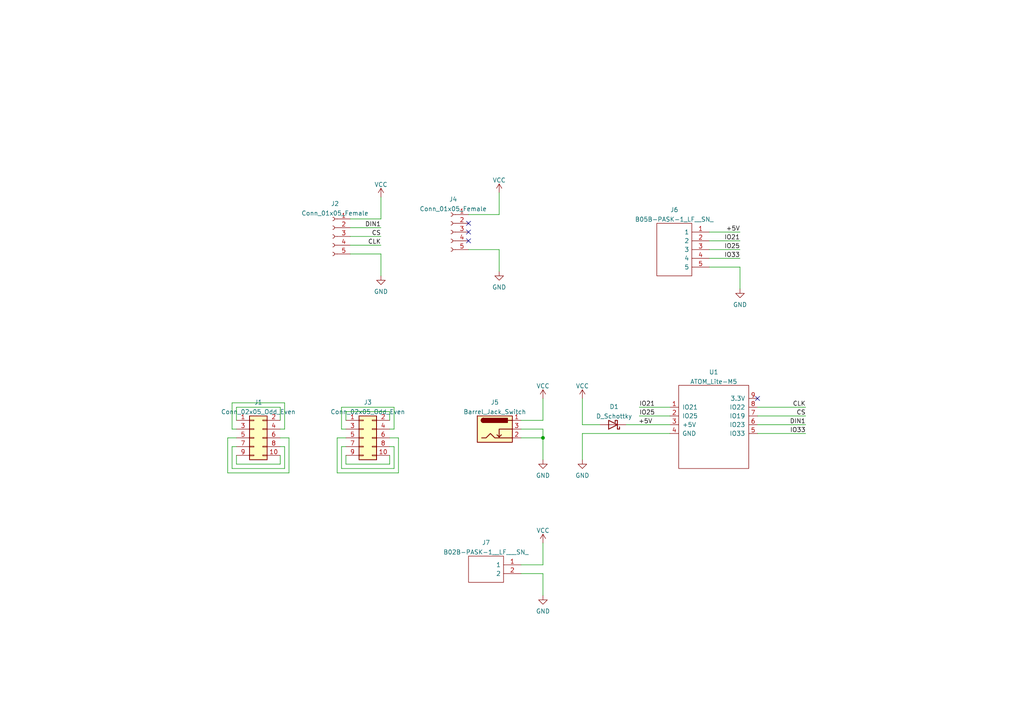
<source format=kicad_sch>
(kicad_sch (version 20211123) (generator eeschema)
  (paper "A4")
  (lib_symbols
    (symbol "Connector:Barrel_Jack_Switch" (pin_names hide)
      (property "Reference" "J" (at 0 5.334 0))
      (property "Value" "Barrel_Jack_Switch" (at 0 -5.08 0))
      (symbol "Barrel_Jack_Switch_0_1"
        (rectangle (start -5.08 3.81) (end 5.08 -3.81) (stroke (width 0.254)) (fill (type background)))
        (arc (start -3.302 3.175) (mid -3.937 2.54) (end -3.302 1.905) (stroke (width 0.254)))
        (arc (start -3.302 3.175) (mid -3.937 2.54) (end -3.302 1.905) (stroke (width 0.254)) (fill (type outline)))
        (polyline (pts (xy 1.27 -2.286) (xy 1.905 -1.651)) (stroke (width 0.254)))
        (polyline (pts (xy 5.08 2.54) (xy 3.81 2.54)) (stroke (width 0.254)))
        (polyline (pts (xy 5.08 0) (xy 1.27 0) (xy 1.27 -2.286) (xy 0.635 -1.651)) (stroke (width 0.254)))
        (polyline (pts (xy -3.81 -2.54) (xy -2.54 -2.54) (xy -1.27 -1.27) (xy 0 -2.54) (xy 2.54 -2.54) (xy 5.08 -2.54)) (stroke (width 0.254)))
        (rectangle (start 3.683 3.175) (end -3.302 1.905) (stroke (width 0.254)) (fill (type outline)))
      )
      (symbol "Barrel_Jack_Switch_1_1"
        (pin passive line (at 7.62 2.54 180) (length 2.54) (name "~") (number "1"))
        (pin passive line (at 7.62 -2.54 180) (length 2.54) (name "~") (number "2"))
        (pin passive line (at 7.62 0 180) (length 2.54) (name "~") (number "3"))
      )
    )
    (symbol "Connector:Conn_01x05_Female" (pin_names (offset 1.016) hide)
      (property "Reference" "J" (at 0 7.62 0))
      (property "Value" "Conn_01x05_Female" (at 0 -7.62 0))
      (symbol "Conn_01x05_Female_1_1"
        (arc (start 0 -4.572) (mid -0.508 -5.08) (end 0 -5.588) (stroke (width 0.1524)))
        (arc (start 0 -2.032) (mid -0.508 -2.54) (end 0 -3.048) (stroke (width 0.1524)))
        (polyline (pts (xy -1.27 -5.08) (xy -0.508 -5.08)) (stroke (width 0.1524)))
        (polyline (pts (xy -1.27 -2.54) (xy -0.508 -2.54)) (stroke (width 0.1524)))
        (polyline (pts (xy -1.27 0) (xy -0.508 0)) (stroke (width 0.1524)))
        (polyline (pts (xy -1.27 2.54) (xy -0.508 2.54)) (stroke (width 0.1524)))
        (polyline (pts (xy -1.27 5.08) (xy -0.508 5.08)) (stroke (width 0.1524)))
        (arc (start 0 0.508) (mid -0.508 0) (end 0 -0.508) (stroke (width 0.1524)))
        (arc (start 0 3.048) (mid -0.508 2.54) (end 0 2.032) (stroke (width 0.1524)))
        (arc (start 0 5.588) (mid -0.508 5.08) (end 0 4.572) (stroke (width 0.1524)))
        (pin passive line (at -5.08 5.08 0) (length 3.81) (name "Pin_1") (number "1"))
        (pin passive line (at -5.08 2.54 0) (length 3.81) (name "Pin_2") (number "2"))
        (pin passive line (at -5.08 0 0) (length 3.81) (name "Pin_3") (number "3"))
        (pin passive line (at -5.08 -2.54 0) (length 3.81) (name "Pin_4") (number "4"))
        (pin passive line (at -5.08 -5.08 0) (length 3.81) (name "Pin_5") (number "5"))
      )
    )
    (symbol "Connector_Generic:Conn_02x05_Odd_Even" (pin_names (offset 1.016) hide)
      (property "Reference" "J" (at 1.27 7.62 0))
      (property "Value" "Conn_02x05_Odd_Even" (at 1.27 -7.62 0))
      (symbol "Conn_02x05_Odd_Even_1_1"
        (rectangle (start -1.27 -4.953) (end 0 -5.207) (stroke (width 0.1524)))
        (rectangle (start -1.27 -2.413) (end 0 -2.667) (stroke (width 0.1524)))
        (rectangle (start -1.27 0.127) (end 0 -0.127) (stroke (width 0.1524)))
        (rectangle (start -1.27 2.667) (end 0 2.413) (stroke (width 0.1524)))
        (rectangle (start -1.27 5.207) (end 0 4.953) (stroke (width 0.1524)))
        (rectangle (start -1.27 6.35) (end 3.81 -6.35) (stroke (width 0.254)) (fill (type background)))
        (rectangle (start 3.81 -4.953) (end 2.54 -5.207) (stroke (width 0.1524)))
        (rectangle (start 3.81 -2.413) (end 2.54 -2.667) (stroke (width 0.1524)))
        (rectangle (start 3.81 0.127) (end 2.54 -0.127) (stroke (width 0.1524)))
        (rectangle (start 3.81 2.667) (end 2.54 2.413) (stroke (width 0.1524)))
        (rectangle (start 3.81 5.207) (end 2.54 4.953) (stroke (width 0.1524)))
        (pin passive line (at -5.08 5.08 0) (length 3.81) (name "Pin_1") (number "1"))
        (pin passive line (at 7.62 -5.08 180) (length 3.81) (name "Pin_10") (number "10"))
        (pin passive line (at 7.62 5.08 180) (length 3.81) (name "Pin_2") (number "2"))
        (pin passive line (at -5.08 2.54 0) (length 3.81) (name "Pin_3") (number "3"))
        (pin passive line (at 7.62 2.54 180) (length 3.81) (name "Pin_4") (number "4"))
        (pin passive line (at -5.08 0 0) (length 3.81) (name "Pin_5") (number "5"))
        (pin passive line (at 7.62 0 180) (length 3.81) (name "Pin_6") (number "6"))
        (pin passive line (at -5.08 -2.54 0) (length 3.81) (name "Pin_7") (number "7"))
        (pin passive line (at 7.62 -2.54 180) (length 3.81) (name "Pin_8") (number "8"))
        (pin passive line (at -5.08 -5.08 0) (length 3.81) (name "Pin_9") (number "9"))
      )
    )
    (symbol "Device:D_Schottky" (pin_numbers hide) (pin_names (offset 1.016) hide)
      (property "Reference" "D" (at 0 2.54 0))
      (property "Value" "D_Schottky" (at 0 -2.54 0))
      (symbol "D_Schottky_0_1"
        (polyline (pts (xy 1.27 0) (xy -1.27 0)))
        (polyline (pts (xy 1.27 1.27) (xy 1.27 -1.27) (xy -1.27 0) (xy 1.27 1.27)) (stroke (width 0.254)))
        (polyline (pts (xy -1.905 0.635) (xy -1.905 1.27) (xy -1.27 1.27) (xy -1.27 -1.27) (xy -0.635 -1.27) (xy -0.635 -0.635)) (stroke (width 0.254)))
      )
      (symbol "D_Schottky_1_1"
        (pin passive line (at -3.81 0 0) (length 2.54) (name "K") (number "1"))
        (pin passive line (at 3.81 0 180) (length 2.54) (name "A") (number "2"))
      )
    )
    (symbol "SamacSys_Parts:B02B-PASK-1__LF___SN_" (pin_names (offset 0.762))
      (property "Reference" "J" (at 16.51 7.62 0))
      (property "Value" "B02B-PASK-1__LF___SN_" (at 16.51 5.08 0))
      (symbol "B02B-PASK-1__LF___SN__0_0"
        (pin passive line (at 0 -2.54 0) (length 5.08) (name "1") (number "1"))
        (pin passive line (at 0 0 0) (length 5.08) (name "2") (number "2"))
      )
      (symbol "B02B-PASK-1__LF___SN__0_1"
        (polyline (pts (xy 5.08 2.54) (xy 15.24 2.54) (xy 15.24 -5.08) (xy 5.08 -5.08) (xy 5.08 2.54)) (stroke (width 0.1524)))
      )
    )
    (symbol "SamacSys_Parts:B05B-PASK-1_LF__SN_" (pin_names (offset 0.762))
      (property "Reference" "J" (at 16.51 7.62 0))
      (property "Value" "B05B-PASK-1_LF__SN_" (at 16.51 5.08 0))
      (symbol "B05B-PASK-1_LF__SN__0_0"
        (pin passive line (at 0 -10.16 0) (length 5.08) (name "1") (number "1"))
        (pin passive line (at 0 -7.62 0) (length 5.08) (name "2") (number "2"))
        (pin passive line (at 0 -5.08 0) (length 5.08) (name "3") (number "3"))
        (pin passive line (at 0 -2.54 0) (length 5.08) (name "4") (number "4"))
        (pin passive line (at 0 0 0) (length 5.08) (name "5") (number "5"))
      )
      (symbol "B05B-PASK-1_LF__SN__0_1"
        (polyline (pts (xy 5.08 2.54) (xy 15.24 2.54) (xy 15.24 -12.7) (xy 5.08 -12.7) (xy 5.08 2.54)) (stroke (width 0.1524)))
      )
    )
    (symbol "atom_lite-m5:ATOM_Lite-M5" (pin_names (offset 1.016))
      (property "Reference" "U2" (at 0 16.891 0))
      (property "Value" "ATOM_Lite" (at 0 14.5796 0))
      (symbol "ATOM_Lite-M5_0_1"
        (rectangle (start -10.16 -11.43) (end 10.16 12.7))
      )
      (symbol "ATOM_Lite-M5_1_1"
        (pin input line (at -12.7 6.35 0) (length 2.54) (name "IO21") (number "1"))
        (pin input line (at -12.7 3.81 0) (length 2.54) (name "IO25") (number "2"))
        (pin input line (at -12.7 1.27 0) (length 2.54) (name "+5V") (number "3"))
        (pin input line (at -12.7 -1.27 0) (length 2.54) (name "GND") (number "4"))
        (pin input line (at 12.7 -1.27 180) (length 2.54) (name "IO33") (number "5"))
        (pin input line (at 12.7 1.27 180) (length 2.54) (name "IO23") (number "6"))
        (pin input line (at 12.7 3.81 180) (length 2.54) (name "IO19") (number "7"))
        (pin input line (at 12.7 6.35 180) (length 2.54) (name "IO22") (number "8"))
        (pin input line (at 12.7 8.89 180) (length 2.54) (name "3.3V") (number "9"))
      )
    )
    (symbol "power:GND" (power) (pin_names (offset 0))
      (property "Value" "GND" (at 0 -3.81 0))
      (symbol "GND_0_1"
        (polyline (pts (xy 0 0) (xy 0 -1.27) (xy 1.27 -1.27) (xy 0 -2.54) (xy -1.27 -1.27) (xy 0 -1.27)))
      )
      (symbol "GND_1_1"
        (pin power_in line (at 0 0 270) (length 0) hide (name "GND") (number "1"))
      )
    )
    (symbol "power:VCC" (power) (pin_names (offset 0))
      (property "Value" "VCC" (at 0 3.81 0))
      (symbol "VCC_0_1"
        (polyline (pts (xy -0.762 1.27) (xy 0 2.54)))
        (polyline (pts (xy 0 0) (xy 0 2.54)))
        (polyline (pts (xy 0 2.54) (xy 0.762 1.27)))
      )
      (symbol "VCC_1_1"
        (pin power_in line (at 0 0 90) (length 0) hide (name "VCC") (number "1"))
      )
    )
  )
  (junction (at 157.48 127))
  (no_connect (at 219.71 115.57))
  (no_connect (at 135.89 64.77))
  (no_connect (at 135.89 67.31))
  (no_connect (at 135.89 69.85))
  (wire (pts (xy 168.91 125.73) (xy 194.31 125.73)))
  (wire (pts (xy 205.74 69.85) (xy 214.63 69.85)))
  (wire (pts (xy 97.79 137.16) (xy 115.57 137.16)))
  (wire (pts (xy 113.03 129.54) (xy 114.3 129.54)))
  (wire (pts (xy 100.33 132.08) (xy 100.33 134.62)))
  (wire (pts (xy 101.6 63.5) (xy 110.49 63.5)))
  (wire (pts (xy 219.71 118.11) (xy 233.68 118.11)))
  (wire (pts (xy 100.33 119.38) (xy 113.03 119.38)))
  (wire (pts (xy 144.78 62.23) (xy 144.78 55.88)))
  (wire (pts (xy 83.82 137.16) (xy 83.82 127)))
  (wire (pts (xy 185.42 118.11) (xy 194.31 118.11)))
  (wire (pts (xy 115.57 137.16) (xy 115.57 127)))
  (wire (pts (xy 219.71 125.73) (xy 233.68 125.73)))
  (wire (pts (xy 82.55 135.89) (xy 82.55 129.54)))
  (wire (pts (xy 66.04 127) (xy 66.04 137.16)))
  (wire (pts (xy 68.58 118.11) (xy 81.28 118.11)))
  (wire (pts (xy 205.74 72.39) (xy 214.63 72.39)))
  (wire (pts (xy 81.28 134.62) (xy 81.28 132.08)))
  (wire (pts (xy 66.04 137.16) (xy 83.82 137.16)))
  (wire (pts (xy 113.03 119.38) (xy 113.03 121.92)))
  (wire (pts (xy 68.58 134.62) (xy 81.28 134.62)))
  (wire (pts (xy 219.71 120.65) (xy 233.68 120.65)))
  (wire (pts (xy 151.13 121.92) (xy 157.48 121.92)))
  (wire (pts (xy 68.58 121.92) (xy 68.58 118.11)))
  (wire (pts (xy 101.6 66.04) (xy 110.49 66.04)))
  (wire (pts (xy 99.06 124.46) (xy 99.06 118.11)))
  (wire (pts (xy 99.06 129.54) (xy 100.33 129.54)))
  (wire (pts (xy 151.13 166.37) (xy 157.48 166.37)))
  (wire (pts (xy 151.13 127) (xy 157.48 127)))
  (wire (pts (xy 67.31 116.84) (xy 82.55 116.84)))
  (wire (pts (xy 100.33 121.92) (xy 100.33 119.38)))
  (wire (pts (xy 205.74 67.31) (xy 214.63 67.31)))
  (wire (pts (xy 151.13 163.83) (xy 157.48 163.83)))
  (wire (pts (xy 219.71 123.19) (xy 233.68 123.19)))
  (wire (pts (xy 82.55 116.84) (xy 82.55 124.46)))
  (wire (pts (xy 157.48 166.37) (xy 157.48 172.72)))
  (wire (pts (xy 101.6 73.66) (xy 110.49 73.66)))
  (wire (pts (xy 181.61 123.19) (xy 194.31 123.19)))
  (wire (pts (xy 67.31 129.54) (xy 67.31 135.89)))
  (wire (pts (xy 115.57 127) (xy 113.03 127)))
  (wire (pts (xy 100.33 134.62) (xy 113.03 134.62)))
  (wire (pts (xy 205.74 74.93) (xy 214.63 74.93)))
  (wire (pts (xy 67.31 135.89) (xy 82.55 135.89)))
  (wire (pts (xy 101.6 71.12) (xy 110.49 71.12)))
  (wire (pts (xy 214.63 77.47) (xy 214.63 83.82)))
  (wire (pts (xy 185.42 120.65) (xy 194.31 120.65)))
  (wire (pts (xy 205.74 77.47) (xy 214.63 77.47)))
  (wire (pts (xy 157.48 121.92) (xy 157.48 115.57)))
  (wire (pts (xy 168.91 115.57) (xy 168.91 123.19)))
  (wire (pts (xy 68.58 127) (xy 66.04 127)))
  (wire (pts (xy 144.78 72.39) (xy 144.78 78.74)))
  (wire (pts (xy 151.13 124.46) (xy 157.48 124.46)))
  (wire (pts (xy 83.82 127) (xy 81.28 127)))
  (wire (pts (xy 157.48 124.46) (xy 157.48 127)))
  (wire (pts (xy 114.3 135.89) (xy 99.06 135.89)))
  (wire (pts (xy 157.48 163.83) (xy 157.48 157.48)))
  (wire (pts (xy 68.58 124.46) (xy 67.31 124.46)))
  (wire (pts (xy 101.6 68.58) (xy 110.49 68.58)))
  (wire (pts (xy 97.79 127) (xy 97.79 137.16)))
  (wire (pts (xy 168.91 123.19) (xy 173.99 123.19)))
  (wire (pts (xy 135.89 72.39) (xy 144.78 72.39)))
  (wire (pts (xy 110.49 73.66) (xy 110.49 80.01)))
  (wire (pts (xy 114.3 124.46) (xy 113.03 124.46)))
  (wire (pts (xy 81.28 118.11) (xy 81.28 121.92)))
  (wire (pts (xy 114.3 118.11) (xy 114.3 124.46)))
  (wire (pts (xy 100.33 127) (xy 97.79 127)))
  (wire (pts (xy 135.89 62.23) (xy 144.78 62.23)))
  (wire (pts (xy 68.58 129.54) (xy 67.31 129.54)))
  (wire (pts (xy 99.06 118.11) (xy 114.3 118.11)))
  (wire (pts (xy 113.03 132.08) (xy 113.03 134.62)))
  (wire (pts (xy 99.06 135.89) (xy 99.06 129.54)))
  (wire (pts (xy 68.58 132.08) (xy 68.58 134.62)))
  (wire (pts (xy 114.3 129.54) (xy 114.3 135.89)))
  (wire (pts (xy 100.33 124.46) (xy 99.06 124.46)))
  (wire (pts (xy 82.55 129.54) (xy 81.28 129.54)))
  (wire (pts (xy 67.31 124.46) (xy 67.31 116.84)))
  (wire (pts (xy 82.55 124.46) (xy 81.28 124.46)))
  (wire (pts (xy 168.91 125.73) (xy 168.91 133.35)))
  (wire (pts (xy 110.49 63.5) (xy 110.49 57.15)))
  (wire (pts (xy 157.48 127) (xy 157.48 133.35)))
  (label "IO33" (at 214.63 74.93 180))
  (label "IO33" (at 233.68 125.73 180))
  (label "CLK" (at 110.49 71.12 180))
  (label "CS" (at 233.68 120.65 180))
  (label "CLK" (at 233.68 118.11 180))
  (label "IO21" (at 185.42 118.11 0))
  (label "IO21" (at 214.63 69.85 180))
  (label "+5V" (at 214.63 67.31 180))
  (label "+5V" (at 189.23 123.19 180))
  (label "DIN1" (at 233.68 123.19 180))
  (label "IO25" (at 214.63 72.39 180))
  (label "DIN1" (at 110.49 66.04 180))
  (label "CS" (at 110.49 68.58 180))
  (label "IO25" (at 185.42 120.65 0))
  (symbol (lib_id "SamacSys_Parts:B02B-PASK-1__LF___SN_") (at 151.13 166.37 180) (unit 1)
    (property "Reference" "J7" (at 140.97 157.3743 0))
    (property "Value" "B02B-PASK-1__LF___SN_" (at 140.97 160.1494 0))
    (property "Footprint" "SamacSys_Parts:B02BPASK1LFSN" (effects hide))
    (property "Datasheet" "http://www.jst-mfg.com/product/pdf/eng/ePA-F.pdf" (effects hide))
    (property "Description" "JST Polyamide Series, 2mm Pitch 2 Way 1 Row Straight PCB Header, Solder Termination, 3A" (effects hide))
    (property "Height" "7" (effects hide))
    (property "Manufacturer_Name" "JST (JAPAN SOLDERLESS TERMINALS)" (effects hide))
    (property "Manufacturer_Part_Number" "B02B-PASK-1 (LF) (SN)" (effects hide))
  )
  (symbol (lib_id "power:VCC") (at 157.48 115.57 0) (unit 1)
    (property "Reference" "#PWR0109" (effects hide))
    (property "Value" "VCC" (at 157.48 111.9655 0))
  )
  (symbol (lib_id "power:GND") (at 157.48 133.35 0) (unit 1)
    (property "Reference" "#PWR0110" (effects hide))
    (property "Value" "GND" (at 157.48 137.9125 0))
  )
  (symbol (lib_id "power:GND") (at 144.78 78.74 0) (unit 1)
    (property "Reference" "#PWR0106" (effects hide))
    (property "Value" "GND" (at 144.78 83.3025 0))
  )
  (symbol (lib_id "atom_lite-m5:ATOM_Lite-M5") (at 207.01 124.46 0) (unit 1)
    (property "Reference" "U1" (at 207.01 107.9205 0))
    (property "Value" "ATOM_Lite-M5" (at 207.01 110.6956 0))
    (property "Footprint" "footprint:M5ATOM" (effects hide))
  )
  (symbol (lib_id "SamacSys_Parts:B05B-PASK-1_LF__SN_") (at 205.74 77.47 180) (unit 1)
    (property "Reference" "J6" (at 195.58 60.8543 0))
    (property "Value" "B05B-PASK-1_LF__SN_" (at 195.58 63.6294 0))
    (property "Footprint" "SamacSys_Parts:B05BPASK1LFSN" (effects hide))
    (property "Datasheet" "https://www.jst-mfg.com/product/pdf/eng/ePA-F.pdf" (effects hide))
    (property "Description" "CONN HEADER VERT 5POS 2MM,Connector Header Through Hole 5 position 0.079\" (2.00mm)" (effects hide))
    (property "Height" "7.7" (effects hide))
    (property "Manufacturer_Name" "JST (JAPAN SOLDERLESS TERMINALS)" (effects hide))
    (property "Manufacturer_Part_Number" "B05B-PASK-1(LF)(SN)" (effects hide))
    (property "Arrow Part Number" "B05B-PASK-1(LF)(SN)" (effects hide))
    (property "Arrow Price/Stock" "https://www.arrow.com/en/products/b05b-pask-1-lf-sn/jst-manufacturing" (effects hide))
  )
  (symbol (lib_id "Connector:Conn_01x05_Female") (at 96.52 68.58 0) (mirror y) (unit 1)
    (property "Reference" "J2" (at 97.155 59.0763 0))
    (property "Value" "Conn_01x05_Female" (at 97.155 61.8514 0))
    (property "Footprint" "Connector_PinSocket_2.00mm:PinSocket_1x05_P2.00mm_Vertical" (effects hide))
  )
  (symbol (lib_id "Connector_Generic:Conn_02x05_Odd_Even") (at 105.41 127 0) (unit 1)
    (property "Reference" "J3" (at 106.68 116.6835 0))
    (property "Value" "Conn_02x05_Odd_Even" (at 106.68 119.4586 0))
    (property "Footprint" "Connector_PinSocket_2.00mm:PinSocket_2x05_P2.00mm_Vertical" (effects hide))
  )
  (symbol (lib_id "power:GND") (at 214.63 83.82 0) (unit 1)
    (property "Reference" "#PWR0101" (effects hide))
    (property "Value" "GND" (at 214.63 88.3825 0))
  )
  (symbol (lib_id "Connector:Barrel_Jack_Switch") (at 143.51 124.46 0) (unit 1)
    (property "Reference" "J5" (at 143.51 116.6835 0))
    (property "Value" "Barrel_Jack_Switch" (at 143.51 119.4586 0))
    (property "Footprint" "SamacSys_Parts:MJ179PH" (effects hide))
  )
  (symbol (lib_id "power:VCC") (at 110.49 57.15 0) (unit 1)
    (property "Reference" "#PWR0104" (effects hide))
    (property "Value" "VCC" (at 110.49 53.5455 0))
  )
  (symbol (lib_id "power:VCC") (at 144.78 55.88 0) (unit 1)
    (property "Reference" "#PWR0105" (effects hide))
    (property "Value" "VCC" (at 144.78 52.2755 0))
  )
  (symbol (lib_id "Connector_Generic:Conn_02x05_Odd_Even") (at 73.66 127 0) (unit 1)
    (property "Reference" "J1" (at 74.93 116.6835 0))
    (property "Value" "Conn_02x05_Odd_Even" (at 74.93 119.4586 0))
    (property "Footprint" "Connector_PinSocket_2.00mm:PinSocket_2x05_P2.00mm_Vertical" (effects hide))
  )
  (symbol (lib_id "Device:D_Schottky") (at 177.8 123.19 180) (unit 1)
    (property "Reference" "D1" (at 178.1175 117.9535 0))
    (property "Value" "D_Schottky" (at 178.1175 120.7286 0))
    (property "Footprint" "Diode_SMD:D_SOD-123F" (effects hide))
  )
  (symbol (lib_id "power:GND") (at 157.48 172.72 0) (unit 1)
    (property "Reference" "#PWR0111" (effects hide))
    (property "Value" "GND" (at 157.48 177.2825 0))
  )
  (symbol (lib_id "Connector:Conn_01x05_Female") (at 130.81 67.31 0) (mirror y) (unit 1)
    (property "Reference" "J4" (at 131.445 57.8063 0))
    (property "Value" "Conn_01x05_Female" (at 131.445 60.5814 0))
    (property "Footprint" "Connector_PinSocket_2.00mm:PinSocket_1x05_P2.00mm_Vertical" (effects hide))
  )
  (symbol (lib_id "power:GND") (at 168.91 133.35 0) (unit 1)
    (property "Reference" "#PWR0108" (effects hide))
    (property "Value" "GND" (at 168.91 137.9125 0))
  )
  (symbol (lib_id "power:VCC") (at 157.48 157.48 0) (unit 1)
    (property "Reference" "#PWR0102" (effects hide))
    (property "Value" "VCC" (at 157.48 153.8755 0))
  )
  (symbol (lib_id "power:GND") (at 110.49 80.01 0) (unit 1)
    (property "Reference" "#PWR0103" (effects hide))
    (property "Value" "GND" (at 110.49 84.5725 0))
  )
  (symbol (lib_id "power:VCC") (at 168.91 115.57 0) (unit 1)
    (property "Reference" "#PWR0107" (effects hide))
    (property "Value" "VCC" (at 168.91 111.9655 0))
  )
)
</source>
